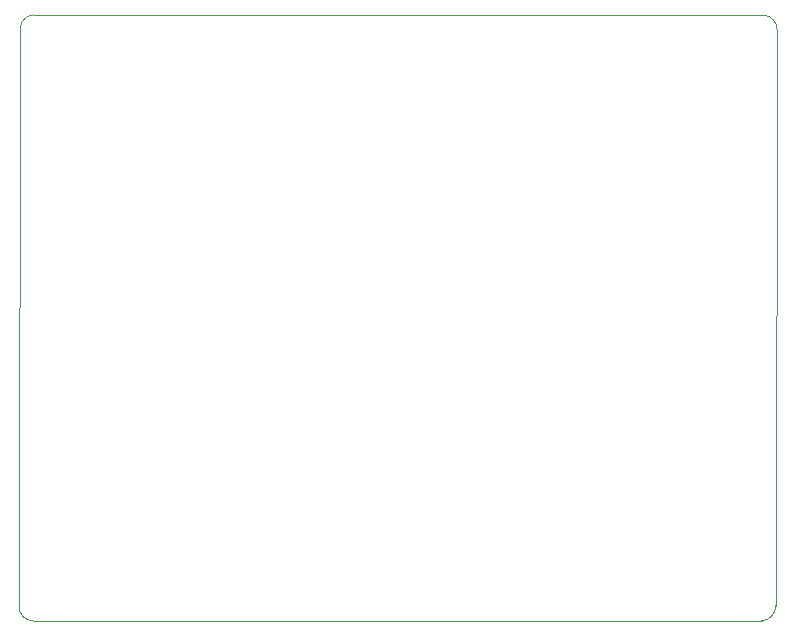
<source format=gbr>
%TF.GenerationSoftware,KiCad,Pcbnew,6.0.11-2627ca5db0~126~ubuntu22.04.1*%
%TF.CreationDate,2023-04-14T13:07:02+07:00*%
%TF.ProjectId,MiSTeX-Pmod,4d695354-6558-42d5-906d-6f642e6b6963,rev?*%
%TF.SameCoordinates,Original*%
%TF.FileFunction,Profile,NP*%
%FSLAX46Y46*%
G04 Gerber Fmt 4.6, Leading zero omitted, Abs format (unit mm)*
G04 Created by KiCad (PCBNEW 6.0.11-2627ca5db0~126~ubuntu22.04.1) date 2023-04-14 13:07:02*
%MOMM*%
%LPD*%
G01*
G04 APERTURE LIST*
%TA.AperFunction,Profile*%
%ADD10C,0.002540*%
%TD*%
G04 APERTURE END LIST*
D10*
X178656680Y-72013728D02*
G75*
G03*
X177594164Y-70790400I-1235580J-72D01*
G01*
X177594164Y-70790400D02*
X115770100Y-70764400D01*
X114470100Y-120872400D02*
G75*
G03*
X115670100Y-122072400I1200000J0D01*
G01*
X177340165Y-122072413D02*
G75*
G03*
X178543564Y-120791100I-67765J1269413D01*
G01*
X177340164Y-122072400D02*
X115670100Y-122072400D01*
X114470100Y-120872400D02*
X114470100Y-119582400D01*
X178543564Y-120791100D02*
X178656636Y-72013728D01*
X114568628Y-71962928D02*
X114470100Y-119582400D01*
X115770100Y-70764432D02*
G75*
G03*
X114568628Y-71962928I-3000J-1198468D01*
G01*
M02*

</source>
